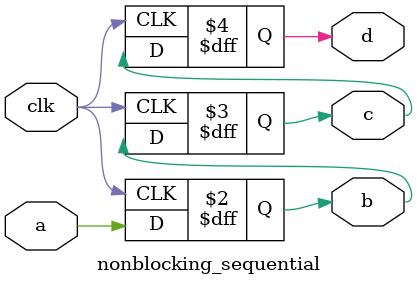
<source format=v>
module nonblocking_sequential (
    input wire clk,
    input wire a,
    output reg b, c, d
);
    always @(posedge clk) begin
        b <= a;
        c <= b; // c lấy giá trị của b tại thời điểm trước xung clk
        d <= c; // d lấy giá trị của c tại thời điểm trước xung clk
    end
endmodule


</source>
